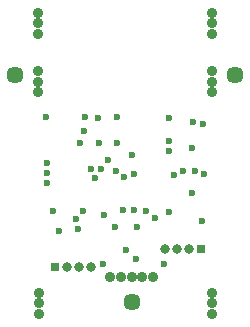
<source format=gbs>
G04 #@! TF.GenerationSoftware,KiCad,Pcbnew,6.0.2+dfsg-1*
G04 #@! TF.CreationDate,2024-05-15T15:08:28+02:00*
G04 #@! TF.ProjectId,PowerPolePCB,506f7765-7250-46f6-9c65-5043422e6b69,rev?*
G04 #@! TF.SameCoordinates,Original*
G04 #@! TF.FileFunction,Soldermask,Bot*
G04 #@! TF.FilePolarity,Negative*
%FSLAX46Y46*%
G04 Gerber Fmt 4.6, Leading zero omitted, Abs format (unit mm)*
G04 Created by KiCad (PCBNEW 6.0.2+dfsg-1) date 2024-05-15 15:08:28*
%MOMM*%
%LPD*%
G01*
G04 APERTURE LIST*
%ADD10C,0.896000*%
%ADD11C,1.448000*%
%ADD12R,0.800000X0.800000*%
%ADD13O,0.800000X0.800000*%
%ADD14C,0.800000*%
%ADD15C,0.600000*%
G04 APERTURE END LIST*
D10*
X117170000Y-112050000D03*
X118970000Y-112050000D03*
X118070000Y-112050000D03*
X119870000Y-112050000D03*
X120770000Y-112050000D03*
D11*
X119000000Y-114150000D03*
X109050000Y-94950000D03*
D10*
X111050000Y-90550000D03*
X111050000Y-89650000D03*
X111050000Y-91450000D03*
X125750000Y-95500000D03*
X125750000Y-94600000D03*
X125750000Y-96400000D03*
X111050000Y-95500000D03*
X111050000Y-94600000D03*
X111050000Y-96400000D03*
X125750000Y-90550000D03*
X125750000Y-89650000D03*
X125750000Y-91450000D03*
D12*
X124861300Y-109662700D03*
D13*
X123845300Y-109662700D03*
X122829300Y-109662700D03*
D14*
X121813300Y-109662700D03*
D11*
X127750000Y-94900000D03*
D10*
X125750000Y-114250000D03*
X125750000Y-113350000D03*
X125750000Y-115150000D03*
D12*
X112495000Y-111200000D03*
D14*
X113511000Y-111200000D03*
X114527000Y-111200000D03*
X115543000Y-111200000D03*
D10*
X111100000Y-114250000D03*
X111100000Y-113350000D03*
X111100000Y-115150000D03*
D15*
X112300000Y-106450000D03*
X116650000Y-106750000D03*
X122100000Y-106500000D03*
X120950000Y-107050000D03*
X119400000Y-107761923D03*
X116520000Y-110890000D03*
X124050000Y-104950000D03*
X117544450Y-107761923D03*
X119000000Y-101700000D03*
X118520000Y-109730000D03*
X116181389Y-100711000D03*
X112776270Y-108099699D03*
X111800000Y-102350000D03*
X120150000Y-106450000D03*
X117754400Y-98501200D03*
X124100000Y-101100000D03*
X116154200Y-98526600D03*
X111800500Y-104078859D03*
X119366444Y-110493556D03*
X111750000Y-98450000D03*
X122150000Y-98550000D03*
X117729000Y-100685600D03*
X125000000Y-99100000D03*
X117650000Y-103050000D03*
X125100890Y-103275978D03*
X116400000Y-102900000D03*
X124304551Y-103024502D03*
X124137701Y-98862299D03*
X117000000Y-102137502D03*
X122100000Y-100529124D03*
X119150000Y-103300000D03*
X114850000Y-106400000D03*
X114977567Y-98472433D03*
X114900000Y-99700000D03*
X114288543Y-107111457D03*
X119148720Y-106363403D03*
X124900000Y-107300000D03*
X111800000Y-103250000D03*
X114400237Y-108000263D03*
X114611444Y-100661444D03*
X115549989Y-102850000D03*
X123350000Y-103050000D03*
X115888056Y-103610944D03*
X122561444Y-103361444D03*
X118350000Y-103600000D03*
X122100000Y-101350000D03*
X121725500Y-110949411D03*
X118250000Y-106350000D03*
M02*

</source>
